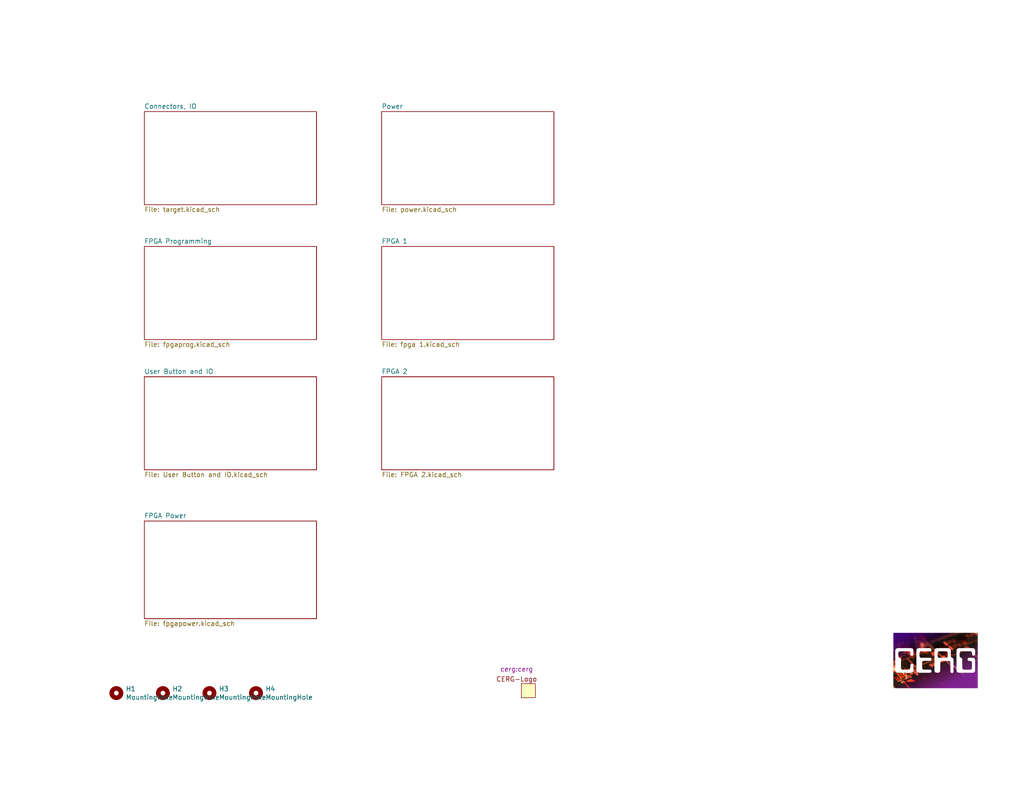
<source format=kicad_sch>
(kicad_sch (version 20230121) (generator eeschema)
  (paper "USLetter")
  (title_block (title "FOBOS Artix-7 a12t DUT") (date "2020-07-28") (rev "1.0") (company "Cryptographic Engineering Research Group") (comment 1 "License: Apache License Version 2.0") (comment 2 "Copyright © Cryptographic Engineering Research Group") (comment 3 "Author: Jens-Peter Kaps, Eddie Ferrufino") (comment 4 "Project: FOBOS Artix-7 a12t DUT"))
  (lib_symbols
    (symbol "Mechanical:MountingHole" (pin_names (offset 1.016))
      (property "Reference" "H" (at 0 5.08 0))
      (property "Value" "MountingHole" (at 0 3.175 0))
      (symbol "MountingHole_0_1"
        (circle (center 0 0) (radius 1.27) (stroke (width 1.27)))
      )
    )
    (symbol "cerg:CERG-logo" (pin_names (offset 1.016) hide)
      (property "Footprint" "cerg:cerg" (at -2.54 4.445 0))
      (symbol "CERG-logo_0_0"
        (text "CERG-Logo" (at 0 1.27 0) (effects (font (size 1.27 1.27))))
      )
      (symbol "CERG-logo_0_1"
        (rectangle (start 1.27 0) (end 5.08 -3.81) (fill (type background)))
      )
      (symbol "CERG-logo_1_1"
        (pin input line (at -1.27 -2.54 0) (length 2.54) hide (name "dummy") (number "1"))
      )
    )
  )
  (image (at 255.27 180.34) (scale 0.85))
  (symbol (lib_id "Mechanical:MountingHole") (at 31.75 189.23 0) (unit 1)
    (property "Reference" "H1" (at 34.29 188.0616 0) (effects (justify left)))
    (property "Value" "MountingHole" (at 34.29 190.373 0) (effects (justify left)))
    (property "Footprint" "cerg:MH_4-40" (effects hide))
  )
  (symbol (lib_id "Mechanical:MountingHole") (at 44.45 189.23 0) (unit 1)
    (property "Reference" "H2" (at 46.99 188.0616 0) (effects (justify left)))
    (property "Value" "MountingHole" (at 46.99 190.373 0) (effects (justify left)))
    (property "Footprint" "cerg:MH_4-40" (effects hide))
  )
  (symbol (lib_id "Mechanical:MountingHole") (at 57.15 189.23 0) (unit 1)
    (property "Reference" "H3" (at 59.69 188.0616 0) (effects (justify left)))
    (property "Value" "MountingHole" (at 59.69 190.373 0) (effects (justify left)))
    (property "Footprint" "cerg:MH_4-40" (effects hide))
  )
  (symbol (lib_id "Mechanical:MountingHole") (at 69.85 189.23 0) (unit 1)
    (property "Reference" "H4" (at 72.39 188.0616 0) (effects (justify left)))
    (property "Value" "MountingHole" (at 72.39 190.373 0) (effects (justify left)))
    (property "Footprint" "cerg:MH_4-40" (effects hide))
  )
  (symbol (lib_id "cerg:CERG-logo") (at 140.97 186.69 0) (unit 1)
    (property "Reference" "#LOGO1" (effects hide))
    (property "Value" "CERG-logo" (effects hide))
    (property "Footprint" "cerg:cerg" (at 140.97 182.7022 0))
  )
  (sheet (at 39.37 30.48) (size 46.99 25.4)
    (property "Sheetname" "Connectors, IO" (at 39.37 29.7684 0) (effects (justify left bottom)))
    (property "Sheetfile" "target.kicad_sch" (at 39.37 56.4646 0) (effects (justify left top)))
  )
  (sheet (at 104.14 67.31) (size 46.99 25.4)
    (property "Sheetname" "FPGA 1" (at 104.14 66.5984 0) (effects (justify left bottom)))
    (property "Sheetfile" "fpga 1.kicad_sch" (at 104.14 93.2946 0) (effects (justify left top)))
  )
  (sheet (at 39.37 67.31) (size 46.99 25.4)
    (property "Sheetname" "FPGA Programming" (at 39.37 66.5984 0) (effects (justify left bottom)))
    (property "Sheetfile" "fpgaprog.kicad_sch" (at 39.37 93.2946 0) (effects (justify left top)))
  )
  (sheet (at 104.14 30.48) (size 46.99 25.4)
    (property "Sheetname" "Power" (at 104.14 29.7684 0) (effects (justify left bottom)))
    (property "Sheetfile" "power.kicad_sch" (at 104.14 56.4646 0) (effects (justify left top)))
  )
  (sheet (at 104.14 102.87) (size 46.99 25.4)
    (property "Sheetname" "FPGA 2" (at 104.14 102.1584 0) (effects (justify left bottom)))
    (property "Sheetfile" "FPGA 2.kicad_sch" (at 104.14 128.8546 0) (effects (justify left top)))
  )
  (sheet (at 39.37 102.87) (size 46.99 25.4)
    (property "Sheetname" "User Button and IO" (at 39.37 102.1584 0) (effects (justify left bottom)))
    (property "Sheetfile" "User Button and IO.kicad_sch" (at 39.37 128.8546 0) (effects (justify left top)))
  )
  (sheet (at 39.37 142.24) (size 46.99 26.67)
    (property "Sheetname" "FPGA Power" (at 39.37 141.5284 0) (effects (justify left bottom)))
    (property "Sheetfile" "fpgapower.kicad_sch" (at 39.37 169.4946 0) (effects (justify left top)))
  )
)
</source>
